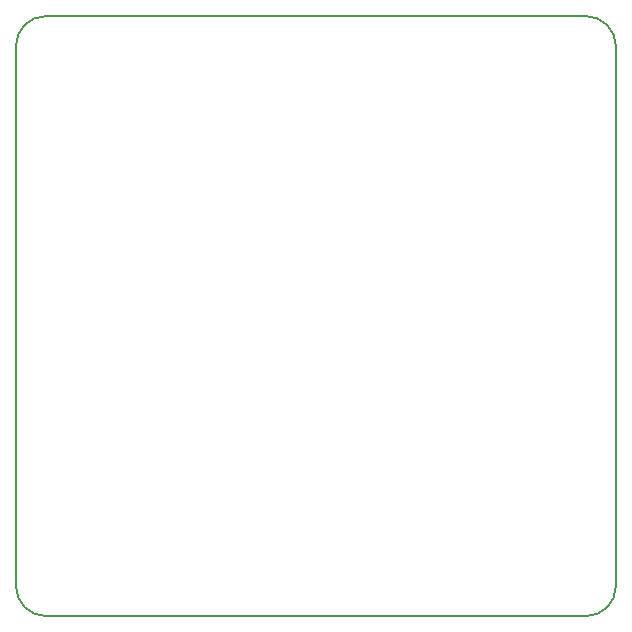
<source format=gm1>
G04 #@! TF.GenerationSoftware,KiCad,Pcbnew,(5.0.1-dev-5-g30da1a3b0)*
G04 #@! TF.CreationDate,2018-07-23T01:39:50-07:00*
G04 #@! TF.ProjectId,clock3,636C6F636B332E6B696361645F706362,rev?*
G04 #@! TF.SameCoordinates,Original*
G04 #@! TF.FileFunction,Profile,NP*
%FSLAX46Y46*%
G04 Gerber Fmt 4.6, Leading zero omitted, Abs format (unit mm)*
G04 Created by KiCad (PCBNEW (5.0.1-dev-5-g30da1a3b0)) date Mon Jul 23 01:39:50 2018*
%MOMM*%
%LPD*%
G01*
G04 APERTURE LIST*
%ADD10C,0.150000*%
G04 APERTURE END LIST*
D10*
X152400000Y-124460000D02*
G75*
G02X149860000Y-127000000I-2540000J0D01*
G01*
X104140000Y-127000000D02*
G75*
G02X101600000Y-124460000I0J2540000D01*
G01*
X101600000Y-78740000D02*
G75*
G02X104140000Y-76200000I2540000J0D01*
G01*
X149860000Y-76200000D02*
G75*
G02X152400000Y-78740000I0J-2540000D01*
G01*
X101600000Y-124460000D02*
X101600000Y-78740000D01*
X149860000Y-127000000D02*
X104140000Y-127000000D01*
X152400000Y-78740000D02*
X152400000Y-124460000D01*
X104140000Y-76200000D02*
X149860000Y-76200000D01*
M02*

</source>
